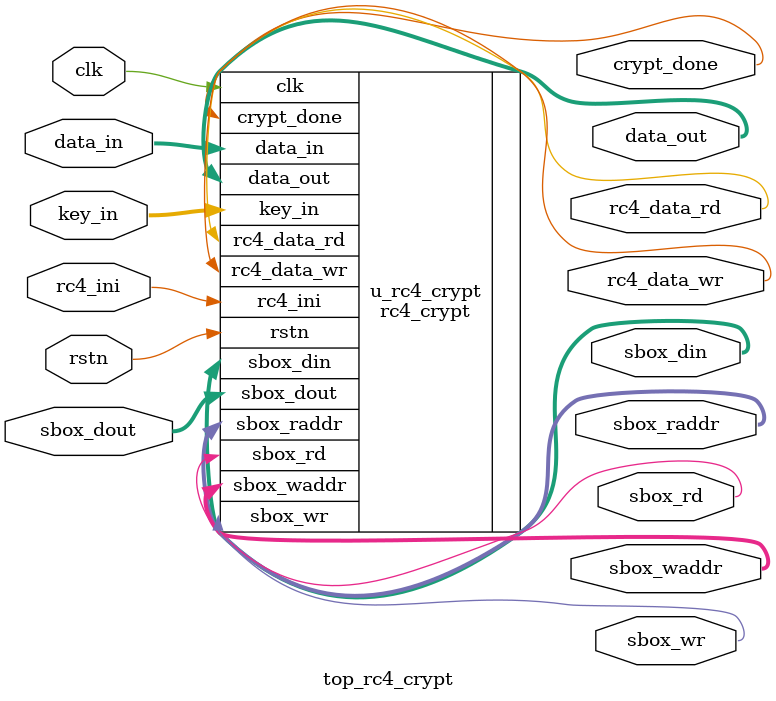
<source format=v>
module top_rc4_crypt(
               data_out,
               crypt_done,
               rc4_data_rd,
               rc4_data_wr,   
               sbox_rd,    
               sbox_wr,    
               sbox_raddr, 
               sbox_waddr, 
               sbox_din,   
               sbox_dout,  
               rc4_ini,    
               key_in,     
               data_in,    
               clk,        
               rstn       
               );
output[7:0]   data_out;
output        crypt_done;
output        rc4_data_rd;
output        rc4_data_wr;
output        sbox_rd;
output        sbox_wr;
output[7:0]   sbox_raddr;
output[7:0]   sbox_waddr;
output[7:0]   sbox_din;
input[7:0]    sbox_dout;
input         rc4_ini;
input[127:0]  key_in;
input[7:0]    data_in;
input         clk;
input         rstn;

rc4_crypt u_rc4_crypt(
               .data_out  (data_out),
               .crypt_done  (crypt_done),
               .rc4_data_rd (rc4_data_rd),
               .rc4_data_wr   (rc4_data_wr),
               .sbox_rd     (sbox_rd),
               .sbox_wr    (sbox_wr),
               .sbox_raddr (sbox_raddr),
               .sbox_waddr (sbox_waddr),
               .sbox_din   (sbox_din),
               .sbox_dout  (sbox_dout),
               .rc4_ini    (rc4_ini),
               .key_in     (key_in),
               .data_in    (data_in),
               .clk        (clk),
               .rstn    (rstn)
					);
					endmodule 
</source>
